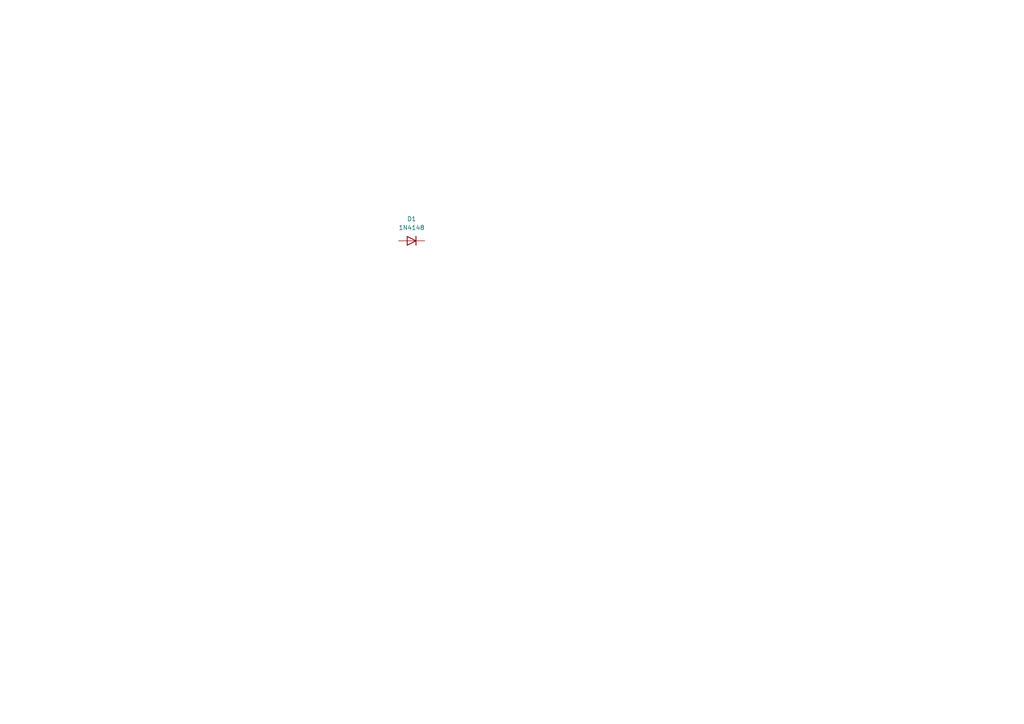
<source format=kicad_sch>
(kicad_sch (version 20231120) (generator "eeschema") (generator_version "8.0")
  (paper "A4")
  (lib_symbols
    (symbol "Diode:1N4148" (pin_numbers hide) (pin_names hide)
      (property "Reference" "D" (at 0 2.54 0))
      (property "Value" "1N4148" (at 0 -2.54 0))
      (symbol "1N4148_0_1"
        (polyline (pts (xy -1.27 1.27) (xy -1.27 -1.27)) (stroke (width 0.254)))
        (polyline (pts (xy 1.27 0) (xy -1.27 0)))
        (polyline (pts (xy 1.27 1.27) (xy 1.27 -1.27) (xy -1.27 0) (xy 1.27 1.27)) (stroke (width 0.254)))
      )
      (symbol "1N4148_1_1"
        (pin passive line (at -3.81 0 0) (length 2.54) (name "K") (number "1"))
        (pin passive line (at 3.81 0 180) (length 2.54) (name "A") (number "2"))
      )
    )
  )
  (symbol (lib_id "Diode:1N4148") (at 119.38 69.85 180) (unit 1)
    (property "Reference" "D1" (at 119.38 63.5 0))
    (property "Value" "1N4148" (at 119.38 66.04 0))
    (property "Footprint" "Diode_THT:D_DO-35_SOD27_P7.62mm_Horizontal" (effects (hide yes)))
    (property "Datasheet" "https://assets.nexperia.com/documents/data-sheet/1N4148_1N4448.pdf" (effects (hide yes)))
    (property "Description" "100V 0.15A standard switching diode, DO-35" (effects (hide yes)))
    (property "Sim.Device" "D" (effects (hide yes)))
    (property "Sim.Pins" "1=K 2=A" (effects (hide yes)))
  )
)
</source>
